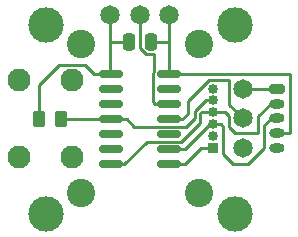
<source format=gtl>
%TF.GenerationSoftware,KiCad,Pcbnew,(6.0.0)*%
%TF.CreationDate,2022-03-27T15:49:17-04:00*%
%TF.ProjectId,TM_Warthog_Open_Analog_Slew,544d5f57-6172-4746-986f-675f4f70656e,rev?*%
%TF.SameCoordinates,Original*%
%TF.FileFunction,Copper,L1,Top*%
%TF.FilePolarity,Positive*%
%FSLAX46Y46*%
G04 Gerber Fmt 4.6, Leading zero omitted, Abs format (unit mm)*
G04 Created by KiCad (PCBNEW (6.0.0)) date 2022-03-27 15:49:17*
%MOMM*%
%LPD*%
G01*
G04 APERTURE LIST*
G04 Aperture macros list*
%AMRoundRect*
0 Rectangle with rounded corners*
0 $1 Rounding radius*
0 $2 $3 $4 $5 $6 $7 $8 $9 X,Y pos of 4 corners*
0 Add a 4 corners polygon primitive as box body*
4,1,4,$2,$3,$4,$5,$6,$7,$8,$9,$2,$3,0*
0 Add four circle primitives for the rounded corners*
1,1,$1+$1,$2,$3*
1,1,$1+$1,$4,$5*
1,1,$1+$1,$6,$7*
1,1,$1+$1,$8,$9*
0 Add four rect primitives between the rounded corners*
20,1,$1+$1,$2,$3,$4,$5,0*
20,1,$1+$1,$4,$5,$6,$7,0*
20,1,$1+$1,$6,$7,$8,$9,0*
20,1,$1+$1,$8,$9,$2,$3,0*%
G04 Aperture macros list end*
%TA.AperFunction,ComponentPad*%
%ADD10C,3.000000*%
%TD*%
%TA.AperFunction,SMDPad,CuDef*%
%ADD11RoundRect,0.250000X-0.262500X-0.450000X0.262500X-0.450000X0.262500X0.450000X-0.262500X0.450000X0*%
%TD*%
%TA.AperFunction,ComponentPad*%
%ADD12RoundRect,0.200000X-0.450000X0.200000X-0.450000X-0.200000X0.450000X-0.200000X0.450000X0.200000X0*%
%TD*%
%TA.AperFunction,ComponentPad*%
%ADD13O,1.300000X0.800000*%
%TD*%
%TA.AperFunction,SMDPad,CuDef*%
%ADD14RoundRect,0.150000X-0.825000X-0.150000X0.825000X-0.150000X0.825000X0.150000X-0.825000X0.150000X0*%
%TD*%
%TA.AperFunction,SMDPad,CuDef*%
%ADD15RoundRect,0.250000X-0.250000X-0.475000X0.250000X-0.475000X0.250000X0.475000X-0.250000X0.475000X0*%
%TD*%
%TA.AperFunction,ComponentPad*%
%ADD16R,0.850000X0.850000*%
%TD*%
%TA.AperFunction,ComponentPad*%
%ADD17O,0.850000X0.850000*%
%TD*%
%TA.AperFunction,ComponentPad*%
%ADD18C,1.950000*%
%TD*%
%TA.AperFunction,ComponentPad*%
%ADD19C,1.650000*%
%TD*%
%TA.AperFunction,ComponentPad*%
%ADD20C,2.400000*%
%TD*%
%TA.AperFunction,Conductor*%
%ADD21C,0.250000*%
%TD*%
G04 APERTURE END LIST*
D10*
%TO.P,,*%
%TO.N,*%
X155343374Y-98672145D03*
%TD*%
%TO.P,,*%
%TO.N,*%
X139343483Y-114672165D03*
%TD*%
D11*
%TO.P,R1,1*%
%TO.N,+3V3*%
X138787500Y-106680000D03*
%TO.P,R1,2*%
%TO.N,/RST*%
X140612500Y-106680000D03*
%TD*%
D12*
%TO.P,J1,1,Pin_1*%
%TO.N,+3V3*%
X158955024Y-104112387D03*
D13*
%TO.P,J1,2,Pin_2*%
%TO.N,/SDA*%
X158955024Y-105362387D03*
%TO.P,J1,3,Pin_3*%
%TO.N,/SCL*%
X158955024Y-106612387D03*
%TO.P,J1,4,Pin_4*%
%TO.N,GND*%
X158955024Y-107862387D03*
%TO.P,J1,5,Pin_5*%
%TO.N,/BTN*%
X158955024Y-109112387D03*
%TD*%
D14*
%TO.P,U1,1,VCC*%
%TO.N,+3V3*%
X144845000Y-102870000D03*
%TO.P,U1,2,XTAL1/PB0*%
%TO.N,unconnected-(U1-Pad2)*%
X144845000Y-104140000D03*
%TO.P,U1,3,XTAL2/PB1*%
%TO.N,unconnected-(U1-Pad3)*%
X144845000Y-105410000D03*
%TO.P,U1,4,~{RESET}/PB3*%
%TO.N,/RST*%
X144845000Y-106680000D03*
%TO.P,U1,5,PB2*%
%TO.N,unconnected-(U1-Pad5)*%
X144845000Y-107950000D03*
%TO.P,U1,6,PA7*%
%TO.N,unconnected-(U1-Pad6)*%
X144845000Y-109220000D03*
%TO.P,U1,7,PA6*%
%TO.N,/SDA*%
X144845000Y-110490000D03*
%TO.P,U1,8,PA5*%
%TO.N,/MISO*%
X149795000Y-110490000D03*
%TO.P,U1,9,PA4*%
%TO.N,/SCL*%
X149795000Y-109220000D03*
%TO.P,U1,10,PA3*%
%TO.N,unconnected-(U1-Pad10)*%
X149795000Y-107950000D03*
%TO.P,U1,11,PA2*%
%TO.N,/VAR1*%
X149795000Y-106680000D03*
%TO.P,U1,12,PA1*%
%TO.N,/VAR2*%
X149795000Y-105410000D03*
%TO.P,U1,13,AREF/PA0*%
%TO.N,unconnected-(U1-Pad13)*%
X149795000Y-104140000D03*
%TO.P,U1,14,GND*%
%TO.N,GND*%
X149795000Y-102870000D03*
%TD*%
D15*
%TO.P,C1,1*%
%TO.N,+3V3*%
X146400742Y-100131403D03*
%TO.P,C1,2*%
%TO.N,GND*%
X148300742Y-100131403D03*
%TD*%
D10*
%TO.P,,*%
%TO.N,*%
X139343483Y-98672145D03*
%TD*%
D16*
%TO.P,J2,1,MISO*%
%TO.N,/MISO*%
X153560265Y-109079538D03*
D17*
%TO.P,J2,2,VCC*%
%TO.N,+3V3*%
X153560265Y-108079538D03*
%TO.P,J2,3,SCK*%
%TO.N,/SCL*%
X153560265Y-107079538D03*
%TO.P,J2,4,MOSI*%
%TO.N,/SDA*%
X153560265Y-106079538D03*
%TO.P,J2,5,~{RST}*%
%TO.N,/RST*%
X153560265Y-105079538D03*
%TO.P,J2,6,GND*%
%TO.N,GND*%
X153560265Y-104079538D03*
%TD*%
D10*
%TO.P,,*%
%TO.N,*%
X155343374Y-114672645D03*
%TD*%
D18*
%TO.P,S1,A1,A1*%
%TO.N,GND*%
X141565123Y-109856941D03*
D19*
%TO.P,S1,A11,A11*%
%TO.N,+3V3*%
X144815123Y-97876941D03*
%TO.P,S1,A12,A12*%
%TO.N,/VAR2*%
X147315123Y-97876941D03*
%TO.P,S1,A13,A13*%
%TO.N,GND*%
X149815123Y-97876941D03*
D18*
%TO.P,S1,B1,B1*%
%TO.N,/BTN*%
X137065123Y-109856941D03*
D19*
%TO.P,S1,B11,B11*%
%TO.N,+3V3*%
X156045123Y-104106941D03*
%TO.P,S1,B12,B12*%
%TO.N,/VAR1*%
X156045123Y-106606941D03*
%TO.P,S1,B13,B13*%
%TO.N,GND*%
X156045123Y-109106941D03*
D18*
%TO.P,S1,C1,C1*%
%TO.N,unconnected-(S1-PadC1)*%
X141565123Y-103356941D03*
%TO.P,S1,D1,D1*%
%TO.N,unconnected-(S1-PadD1)*%
X137065123Y-103356941D03*
D20*
%TO.P,S1,MH1,MH1*%
%TO.N,unconnected-(S1-PadMH1)*%
X142315123Y-112931941D03*
%TO.P,S1,MH2,MH2*%
%TO.N,unconnected-(S1-PadMH2)*%
X152315123Y-112931941D03*
%TO.P,S1,MH3,MH3*%
%TO.N,unconnected-(S1-PadMH3)*%
X142315123Y-100281941D03*
%TO.P,S1,MH4,MH4*%
%TO.N,unconnected-(S1-PadMH4)*%
X152315123Y-100281941D03*
%TD*%
D21*
%TO.N,/SDA*%
X146007400Y-110490000D02*
X147922880Y-108574520D01*
X154852467Y-106407677D02*
X154852467Y-107321902D01*
X158418305Y-105362387D02*
X158955024Y-105362387D01*
X154524328Y-106079538D02*
X154852467Y-106407677D01*
X152418234Y-106972838D02*
X152418234Y-106200092D01*
X152538788Y-106079538D02*
X153560265Y-106079538D01*
X155377661Y-107847096D02*
X157371451Y-107847096D01*
X157371451Y-107847096D02*
X157371451Y-106409241D01*
X154852467Y-107321902D02*
X155377661Y-107847096D01*
X153560265Y-106079538D02*
X154524328Y-106079538D01*
X144845000Y-110490000D02*
X146007400Y-110490000D01*
X157371451Y-106409241D02*
X158418305Y-105362387D01*
X147922880Y-108574520D02*
X150816552Y-108574520D01*
X152418234Y-106200092D02*
X152538788Y-106079538D01*
X150816552Y-108574520D02*
X152418234Y-106972838D01*
%TO.N,/SCL*%
X157820971Y-107221310D02*
X158429894Y-106612387D01*
X154402947Y-107321180D02*
X154402947Y-109663688D01*
X155183145Y-110443886D02*
X156484712Y-110443886D01*
X157820971Y-109107627D02*
X157820971Y-107221310D01*
X151160049Y-109220000D02*
X153300511Y-107079538D01*
X154402947Y-109663688D02*
X155183145Y-110443886D01*
X149795000Y-109220000D02*
X151160049Y-109220000D01*
X153560265Y-107079538D02*
X154161305Y-107079538D01*
X154161305Y-107079538D02*
X154402947Y-107321180D01*
X156484712Y-110443886D02*
X157820971Y-109107627D01*
X158429894Y-106612387D02*
X158955024Y-106612387D01*
X153300511Y-107079538D02*
X153560265Y-107079538D01*
%TO.N,+3V3*%
X138787500Y-103782500D02*
X138787500Y-106680000D01*
X140512570Y-102057430D02*
X138787500Y-103782500D01*
X143465451Y-102854628D02*
X142668253Y-102057430D01*
X142668253Y-102057430D02*
X140512570Y-102057430D01*
X158955024Y-104112387D02*
X158949578Y-104106941D01*
X144815123Y-97876941D02*
X144815123Y-100128587D01*
X146400742Y-100131403D02*
X146397926Y-100128587D01*
X144829628Y-102854628D02*
X143465451Y-102854628D01*
X144815123Y-102840123D02*
X144845000Y-102870000D01*
X158949578Y-104106941D02*
X156045123Y-104106941D01*
X144845000Y-102870000D02*
X144829628Y-102854628D01*
X144815123Y-100128587D02*
X144815123Y-100531430D01*
X144815123Y-100531430D02*
X144815123Y-102840123D01*
X146397926Y-100128587D02*
X144815123Y-100128587D01*
%TO.N,GND*%
X149815123Y-102849877D02*
X149795000Y-102870000D01*
X149801644Y-100131403D02*
X149815123Y-100117924D01*
X148300742Y-100131403D02*
X149801644Y-100131403D01*
X149815123Y-97876941D02*
X149815123Y-100117924D01*
X160020000Y-107862387D02*
X158955024Y-107862387D01*
X149815123Y-100117924D02*
X149815123Y-100540467D01*
X149815123Y-100540467D02*
X149815123Y-102849877D01*
X160020000Y-102870000D02*
X160020000Y-107862387D01*
X149795000Y-102870000D02*
X160020000Y-102870000D01*
%TO.N,/RST*%
X146224281Y-106680000D02*
X146866184Y-107321903D01*
X144845000Y-106680000D02*
X146224281Y-106680000D01*
X151968714Y-106570670D02*
X151968714Y-106013894D01*
X140612500Y-106680000D02*
X144845000Y-106680000D01*
X151217481Y-107321903D02*
X151968714Y-106570670D01*
X146866184Y-107321903D02*
X151217481Y-107321903D01*
X152903070Y-105079538D02*
X153560265Y-105079538D01*
X151968714Y-106013894D02*
X152903070Y-105079538D01*
%TO.N,/MISO*%
X152540462Y-109079538D02*
X151130000Y-110490000D01*
X151130000Y-110490000D02*
X149795000Y-110490000D01*
X153560265Y-109079538D02*
X152540462Y-109079538D01*
%TO.N,/VAR2*%
X147315123Y-100683277D02*
X147830045Y-101198199D01*
X148534644Y-102685468D02*
X148439468Y-102780644D01*
X148534090Y-101198199D02*
X148534644Y-101198753D01*
X148439468Y-102780644D02*
X148439468Y-105228714D01*
X148620754Y-105410000D02*
X149795000Y-105410000D01*
X147830045Y-101198199D02*
X148534090Y-101198199D01*
X148534644Y-101198753D02*
X148534644Y-102685468D01*
X148439468Y-105228714D02*
X148620754Y-105410000D01*
X147315123Y-97876941D02*
X147315123Y-100683277D01*
%TO.N,/VAR1*%
X151385683Y-105165291D02*
X151385683Y-106215089D01*
X151385683Y-106215089D02*
X150920772Y-106680000D01*
X154861731Y-103330027D02*
X153209973Y-103330027D01*
X153209973Y-103330027D02*
X152400000Y-104140000D01*
X154895612Y-105457430D02*
X154895612Y-103363908D01*
X150920772Y-106680000D02*
X149795000Y-106680000D01*
X152400000Y-104150974D02*
X151385683Y-105165291D01*
X156045123Y-106606941D02*
X154895612Y-105457430D01*
X154895612Y-103363908D02*
X154861731Y-103330027D01*
X152400000Y-104140000D02*
X152400000Y-104150974D01*
%TD*%
M02*

</source>
